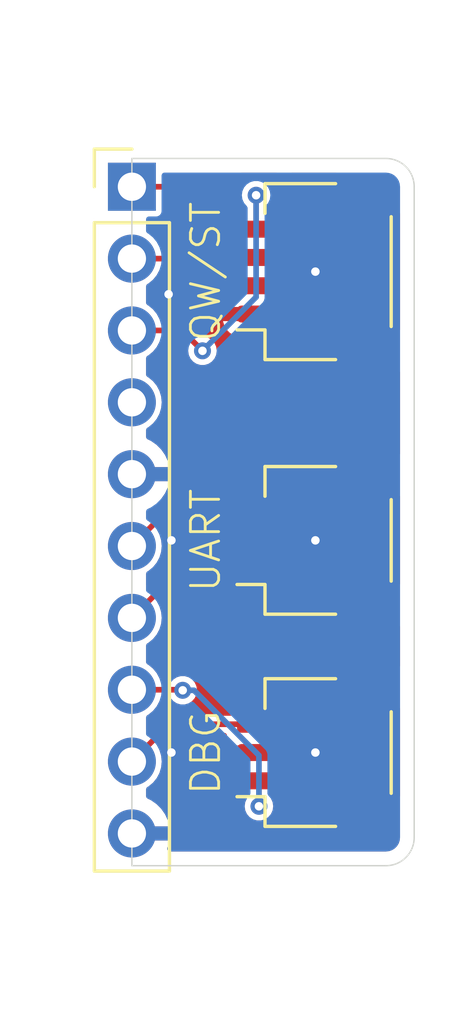
<source format=kicad_pcb>
(kicad_pcb (version 20240108) (generator "pcbnew") (generator_version "8.0")
  (layers (0 "F.Cu" signal) (31 "B.Cu" signal) (34 "B.Paste" user) (35 "F.Paste" user) (36 "B.SilkS" user "B.Silkscreen") (37 "F.SilkS" user "F.Silkscreen") (38 "B.Mask" user) (39 "F.Mask" user) (44 "Edge.Cuts" user))
  (net 0 "")
  (net 2 "GND")
  (net 3 "/SDA")
  (net 4 "+3.3V")
  (net 6 "/SCL")
  (net 7 "/SWD")
  (net 9 "/SWCLK")
  (net 12 "/TX")
  (net 14 "/RX")
  (net 15 "/INT")
  (footprint "Connector_JST:JST_SH_SM03B-SRSS-TB_1x03-1MP_P1.00mm_Horizontal" (layer "F.Cu") (at 106.5 112.5 90)
    (property "Reference" "J3" (hide yes))
    (property "Value" "Conn_01x03_MountingPin")
    (fp_line (start 2.61 -1.785) (end 1.56 -1.785) (stroke (width 0.12)) (layer "F.SilkS"))
    (fp_line (start -1.56 -1.785) (end -1.56 -2.775) (stroke (width 0.12)) (layer "F.SilkS"))
    (fp_line (start -2.61 -1.785) (end -1.56 -1.785) (stroke (width 0.12)) (layer "F.SilkS"))
    (fp_line (start 2.61 0.715) (end 2.61 -1.785) (stroke (width 0.12)) (layer "F.SilkS"))
    (fp_line (start -2.61 0.715) (end -2.61 -1.785) (stroke (width 0.12)) (layer "F.SilkS"))
    (fp_line (start -1.44 2.685) (end 1.44 2.685) (stroke (width 0.12)) (layer "F.SilkS"))
    (pad "1" smd roundrect (at -1 -2 90) (size 0.6 1.55) (layers "F.Cu" "F.Paste" "F.Mask") (net 14 "/RX"))
    (pad "2" smd roundrect (at 0 -2 90) (size 0.6 1.55) (layers "F.Cu" "F.Paste" "F.Mask") (net 2 "GND"))
    (pad "3" smd roundrect (at 1 -2 90) (size 0.6 1.55) (layers "F.Cu" "F.Paste" "F.Mask") (net 12 "/TX"))
    (pad "MP" smd roundrect (at -2.3 1.875 90) (size 1.2 1.8) (layers "F.Cu" "F.Paste" "F.Mask") (roundrect_rratio 0.208333))
    (pad "MP" smd roundrect (at 2.3 1.875 90) (size 1.2 1.8) (layers "F.Cu" "F.Paste" "F.Mask") (roundrect_rratio 0.208333))
  )
  (footprint "Connector_PinHeader_2.54mm:PinHeader_1x10_P2.54mm_Vertical" (layer "F.Cu") (at 100 100)
    (property "Reference" "J4" (hide yes))
    (property "Value" "Conn_01x10")
    (fp_line (start -1.33 -1.33) (end 0 -1.33) (stroke (width 0.12)) (layer "F.SilkS"))
    (fp_line (start -1.33 0) (end -1.33 -1.33) (stroke (width 0.12)) (layer "F.SilkS"))
    (fp_line (start -1.33 1.27) (end -1.33 24.19) (stroke (width 0.12)) (layer "F.SilkS"))
    (fp_line (start -1.33 1.27) (end 1.33 1.27) (stroke (width 0.12)) (layer "F.SilkS"))
    (fp_line (start -1.33 24.19) (end 1.33 24.19) (stroke (width 0.12)) (layer "F.SilkS"))
    (fp_line (start 1.33 1.27) (end 1.33 24.19) (stroke (width 0.12)) (layer "F.SilkS"))
    (pad "1" thru_hole rect (at 0 0) (size 1.7 1.7) (drill 1) (property pad_prop_castellated) (layers "*.Cu" "*.Mask") (net 4 "+3.3V"))
    (pad "2" thru_hole oval (at 0 2.54) (size 1.7 1.7) (drill 1) (property pad_prop_castellated) (layers "*.Cu" "*.Mask") (net 3 "/SDA"))
    (pad "3" thru_hole oval (at 0 5.08) (size 1.7 1.7) (drill 1) (property pad_prop_castellated) (layers "*.Cu" "*.Mask") (net 6 "/SCL"))
    (pad "4" thru_hole oval (at 0 7.62) (size 1.7 1.7) (drill 1) (layers "*.Cu" "*.Mask") (net 15 "/INT"))
    (pad "5" thru_hole oval (at 0 10.16) (size 1.7 1.7) (drill 1) (layers "*.Cu" "*.Mask") (net 2 "GND"))
    (pad "6" thru_hole oval (at 0 12.7) (size 1.7 1.7) (drill 1) (property pad_prop_castellated) (layers "*.Cu" "*.Mask") (net 12 "/TX"))
    (pad "7" thru_hole oval (at 0 15.24) (size 1.7 1.7) (drill 1) (property pad_prop_castellated) (layers "*.Cu" "*.Mask") (net 14 "/RX"))
    (pad "8" thru_hole oval (at 0 17.78) (size 1.7 1.7) (drill 1) (property pad_prop_castellated) (layers "*.Cu" "*.Mask") (net 9 "/SWCLK"))
    (pad "9" thru_hole oval (at 0 20.32) (size 1.7 1.7) (drill 1) (property pad_prop_castellated) (layers "*.Cu" "*.Mask") (net 7 "/SWD"))
    (pad "10" thru_hole oval (at 0 22.86) (size 1.7 1.7) (drill 1) (layers "*.Cu" "*.Mask") (net 2 "GND"))
  )
  (footprint "Connector_JST:JST_SH_SM03B-SRSS-TB_1x03-1MP_P1.00mm_Horizontal" (layer "F.Cu") (at 106.5 120 90)
    (property "Reference" "J2" (hide yes))
    (property "Value" "Conn_01x03_MountingPin")
    (fp_line (start 2.61 -1.785) (end 1.56 -1.785) (stroke (width 0.12)) (layer "F.SilkS"))
    (fp_line (start -1.56 -1.785) (end -1.56 -2.775) (stroke (width 0.12)) (layer "F.SilkS"))
    (fp_line (start -2.61 -1.785) (end -1.56 -1.785) (stroke (width 0.12)) (layer "F.SilkS"))
    (fp_line (start 2.61 0.715) (end 2.61 -1.785) (stroke (width 0.12)) (layer "F.SilkS"))
    (fp_line (start -2.61 0.715) (end -2.61 -1.785) (stroke (width 0.12)) (layer "F.SilkS"))
    (fp_line (start -1.44 2.685) (end 1.44 2.685) (stroke (width 0.12)) (layer "F.SilkS"))
    (pad "1" smd roundrect (at -1 -2 90) (size 0.6 1.55) (layers "F.Cu" "F.Paste" "F.Mask") (net 9 "/SWCLK"))
    (pad "2" smd roundrect (at 0 -2 90) (size 0.6 1.55) (layers "F.Cu" "F.Paste" "F.Mask") (net 2 "GND"))
    (pad "3" smd roundrect (at 1 -2 90) (size 0.6 1.55) (layers "F.Cu" "F.Paste" "F.Mask") (net 7 "/SWD"))
    (pad "MP" smd roundrect (at -2.3 1.875 90) (size 1.2 1.8) (layers "F.Cu" "F.Paste" "F.Mask") (roundrect_rratio 0.208333))
    (pad "MP" smd roundrect (at 2.3 1.875 90) (size 1.2 1.8) (layers "F.Cu" "F.Paste" "F.Mask") (roundrect_rratio 0.208333))
  )
  (footprint "Connector_JST:JST_SH_SM04B-SRSS-TB_1x04-1MP_P1.00mm_Horizontal" (layer "F.Cu") (at 106.5 103 90)
    (property "Reference" "J1" (hide yes))
    (property "Value" "Conn_01x04_MountingPin")
    (fp_line (start 3.11 -1.785) (end 2.06 -1.785) (stroke (width 0.12)) (layer "F.SilkS"))
    (fp_line (start -2.06 -1.785) (end -2.06 -2.775) (stroke (width 0.12)) (layer "F.SilkS"))
    (fp_line (start -3.11 -1.785) (end -2.06 -1.785) (stroke (width 0.12)) (layer "F.SilkS"))
    (fp_line (start 3.11 0.715) (end 3.11 -1.785) (stroke (width 0.12)) (layer "F.SilkS"))
    (fp_line (start -3.11 0.715) (end -3.11 -1.785) (stroke (width 0.12)) (layer "F.SilkS"))
    (fp_line (start -1.94 2.685) (end 1.94 2.685) (stroke (width 0.12)) (layer "F.SilkS"))
    (pad "1" smd roundrect (at -1.5 -2 90) (size 0.6 1.55) (layers "F.Cu" "F.Paste" "F.Mask") (net 2 "GND"))
    (pad "2" smd roundrect (at -0.5 -2 90) (size 0.6 1.55) (layers "F.Cu" "F.Paste" "F.Mask") (net 4 "+3.3V"))
    (pad "3" smd roundrect (at 0.5 -2 90) (size 0.6 1.55) (layers "F.Cu" "F.Paste" "F.Mask") (net 3 "/SDA"))
    (pad "4" smd roundrect (at 1.5 -2 90) (size 0.6 1.55) (layers "F.Cu" "F.Paste" "F.Mask") (net 6 "/SCL"))
    (pad "MP" smd roundrect (at -2.8 1.875 90) (size 1.2 1.8) (layers "F.Cu" "F.Paste" "F.Mask") (roundrect_rratio 0.208333))
    (pad "MP" smd roundrect (at 2.8 1.875 90) (size 1.2 1.8) (layers "F.Cu" "F.Paste" "F.Mask") (roundrect_rratio 0.208333))
  )
  (gr_line (start 100 124) (end 109 124) (stroke (width 0.05)) (layer "Edge.Cuts"))
  (gr_arc (start 109 99) (mid 109.707107 99.292893) (end 110 100) (stroke (width 0.05)) (layer "Edge.Cuts"))
  (gr_line (start 110 100) (end 110 123) (stroke (width 0.05)) (layer "Edge.Cuts"))
  (gr_line (start 100 99) (end 109 99) (stroke (width 0.05)) (layer "Edge.Cuts"))
  (gr_line (start 100 124) (end 100 99) (stroke (width 0.05)) (layer "Edge.Cuts"))
  (gr_arc (start 110 123) (mid 109.707107 123.707107) (end 109 124) (stroke (width 0.05)) (layer "Edge.Cuts"))
  (gr_text "UART" (at 103.2 112.5 90) (layer "F.SilkS") (effects (font (size 1 1) (thickness 0.1)) (justify bottom)))
  (gr_text "DBG" (at 103.2 120 90) (layer "F.SilkS") (effects (font (size 1 1) (thickness 0.1)) (justify bottom)))
  (gr_text "QW/ST" (at 103.2 103 90) (layer "F.SilkS") (effects (font (size 1 1) (thickness 0.1)) (justify bottom)))
  (via (at 106.5 103) (size 0.6) (drill 0.3) (layers "F.Cu" "B.Cu") (net 2))
  (via (at 106.5 120) (size 0.6) (drill 0.3) (layers "F.Cu" "B.Cu") (net 2))
  (via (at 101.4 112.5) (size 0.6) (drill 0.3) (layers "F.Cu" "B.Cu") (net 2))
  (via (at 101.4 120) (size 0.6) (drill 0.3) (layers "F.Cu" "B.Cu") (net 2))
  (via (at 101.3 103.8) (size 0.6) (drill 0.3) (layers "F.Cu" "B.Cu") (net 2))
  (via (at 106.5 112.5) (size 0.6) (drill 0.3) (layers "F.Cu" "B.Cu") (net 2))
  (segment (start 100 102.54) (end 104.46 102.54) (width 0.2) (layer "F.Cu") (net 3))
  (segment (start 104.46 102.54) (end 104.5 102.5) (width 0.2) (layer "F.Cu") (net 3))
  (segment (start 105.6 103.174999) (end 105.274999 103.5) (width 0.2) (layer "F.Cu") (net 4))
  (segment (start 105.6 100.1) (end 105.6 103.174999) (width 0.2) (layer "F.Cu") (net 4))
  (segment (start 103.9 99.6) (end 105.1 99.6) (width 0.2) (layer "F.Cu") (net 4))
  (segment (start 105.1 99.6) (end 105.6 100.1) (width 0.2) (layer "F.Cu") (net 4))
  (segment (start 105.274999 103.5) (end 104.5 103.5) (width 0.2) (layer "F.Cu") (net 4))
  (segment (start 100 100) (end 103.5 100) (width 0.2) (layer "F.Cu") (net 4))
  (segment (start 103.5 100) (end 103.9 99.6) (width 0.2) (layer "F.Cu") (net 4))
  (segment (start 100 105.08) (end 101.78 105.08) (width 0.2) (layer "F.Cu") (net 6))
  (segment (start 104.4 100.3) (end 104.4 101.4) (width 0.2) (layer "F.Cu") (net 6))
  (segment (start 104.4 101.4) (end 104.5 101.5) (width 0.2) (layer "F.Cu") (net 6))
  (segment (start 101.78 105.08) (end 102.5 105.8) (width 0.2) (layer "F.Cu") (net 6))
  (via (at 102.5 105.8) (size 0.6) (drill 0.3) (layers "F.Cu" "B.Cu") (net 6))
  (via (at 104.4 100.3) (size 0.6) (drill 0.3) (layers "F.Cu" "B.Cu") (net 6))
  (segment (start 104.4 103.9) (end 104.4 100.3) (width 0.2) (layer "B.Cu") (net 6))
  (segment (start 102.5 105.8) (end 104.4 103.9) (width 0.2) (layer "B.Cu") (net 6))
  (segment (start 100 120.32) (end 101.32 119) (width 0.2) (layer "F.Cu") (net 7))
  (segment (start 101.32 119) (end 104.5 119) (width 0.2) (layer "F.Cu") (net 7))
  (segment (start 101.78 117.78) (end 101.8 117.8) (width 0.2) (layer "F.Cu") (net 9))
  (segment (start 100 117.78) (end 101.78 117.78) (width 0.2) (layer "F.Cu") (net 9))
  (segment (start 104.5 121.9) (end 104.5 121) (width 0.2) (layer "F.Cu") (net 9))
  (via (at 101.8 117.8) (size 0.6) (drill 0.3) (layers "F.Cu" "B.Cu") (net 9))
  (via (at 104.5 121.9) (size 0.6) (drill 0.3) (layers "F.Cu" "B.Cu") (net 9))
  (segment (start 104.5 120.1) (end 104.5 121.9) (width 0.2) (layer "B.Cu") (net 9))
  (segment (start 101.8 117.8) (end 102.2 117.8) (width 0.2) (layer "B.Cu") (net 9))
  (segment (start 102.2 117.8) (end 104.5 120.1) (width 0.2) (layer "B.Cu") (net 9))
  (segment (start 100 112.7) (end 101.2 111.5) (width 0.2) (layer "F.Cu") (net 12))
  (segment (start 101.2 111.5) (end 104.5 111.5) (width 0.2) (layer "F.Cu") (net 12))
  (segment (start 101.74 113.5) (end 104.5 113.5) (width 0.2) (layer "F.Cu") (net 14))
  (segment (start 100 115.24) (end 101.74 113.5) (width 0.2) (layer "F.Cu") (net 14))
  (zone (net 2) (net_name "GND") (layers "F&B.Cu") (connect_pads (clearance 0.2)) (min_thickness 0.2) (fill yes (thermal_gap 0.5) (thermal_bridge_width 0.5))
    (polygon (pts (xy 100 98.5) (xy 110 98.5) (xy 110 124.5) (xy 100 124.5)))
  )
)
</source>
